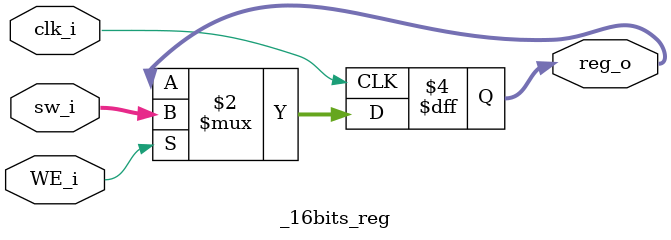
<source format=sv>
`timescale 1ns / 1ps

module _16bits_reg(

input logic [15:0] sw_i,
input logic WE_i, 
            clk_i,
output logic [15:0] reg_o
    );
    
    always @ (posedge clk_i) begin
    if (WE_i) 
        reg_o <= sw_i;
    end
endmodule


</source>
